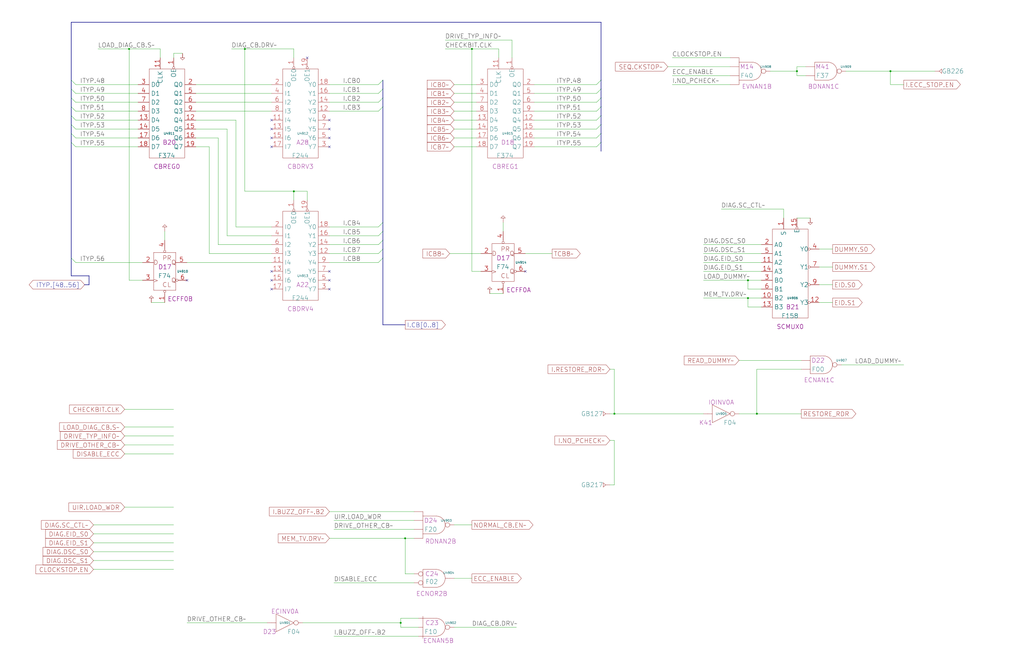
<source format=kicad_sch>
(kicad_sch (version 20250114) (generator "eeschema") (generator_version "9.0")
  (paper "User" 584.2 378.46)
  (title_block (title "ERROR CHECKING & CORRECTION\\nDIAGNOSTIC CHECKBITS") (date "22-SEP-90") (rev "2.0") (comment 1 "IOC") (comment 2 "232-003061") (comment 3 "S400") (comment 4 "RELEASED"))
  (lib_symbols
    (symbol "r1000:F00" (pin_numbers (hide yes)) (pin_names (hide yes))
      (property "Reference" "U" (at 15.24 0 0))
      (property "Value" "F00" (at 1.905 -5.08 0))
      (property "Location" "___" (at 1.905 0 0))
      (property "Name" "______" (at 2.54 -12.7 0))
      (symbol "F00_0_1"
        (polyline (pts (xy -2.54 2.54) (xy -2.54 -7.62)) (stroke (width 0.1524)))
        (polyline (pts (xy -2.54 2.54) (xy 5.08 2.54)) (stroke (width 0.1524)))
        (polyline (pts (xy -2.54 -7.62) (xy 5.08 -7.62)) (stroke (width 0.1524)))
        (arc (start 5.08 2.54) (mid 10.1281 -2.54) (end 5.08 -7.62) (stroke (width 0.1524)))
        (circle (center 11.43 -2.54) (radius 1.27) (stroke (width 0.1524)))
      )
      (symbol "F00_0_2"
        (arc (start -3.175 2.54) (mid -2.134 -2.54) (end -3.175 -7.62) (stroke (width 0.1524)))
        (circle (center -3.81 0) (radius 1.27) (stroke (width 0.1524)))
        (circle (center -3.81 -5.08) (radius 1.27) (stroke (width 0.1524)))
        (polyline (pts (xy -3.175 2.54) (xy 3.81 2.54)) (stroke (width 0.1524)))
        (polyline (pts (xy -3.175 -7.62) (xy 3.81 -7.62)) (stroke (width 0.1524)))
        (arc (start 3.81 2.54) (mid 7.5828 0.7472) (end 10.16 -2.54) (stroke (width 0.1524)))
        (arc (start 10.16 -2.54) (mid 7.5855 -5.8306) (end 3.81 -7.62) (stroke (width 0.1524)))
      )
      (symbol "F00_1_1"
        (pin input line (at -7.62 0 0) (length 5.08) (name "D0") (number "1"))
        (pin input line (at -7.62 -5.08 0) (length 5.08) (name "D1") (number "2"))
        (pin output line (at 15.24 -2.54 180) (length 2.54) (name "Q") (number "3"))
      )
      (symbol "F00_1_2"
        (pin input line (at -7.62 0 0) (length 2.54) (name "D0") (number "1"))
        (pin input line (at -7.62 -5.08 0) (length 2.54) (name "D1") (number "2"))
        (pin output line (at 15.24 -2.54 180) (length 5.08) (name "Q") (number "3"))
      )
    )
    (symbol "r1000:F02" (pin_numbers (hide yes)) (pin_names (hide yes))
      (property "Reference" "U" (at 12.16 0.635 0))
      (property "Value" "F02" (at -1.27 -4.445 0))
      (property "Location" "___" (at 2.54 0 0))
      (property "Name" "______" (at 2.54 -12.7 0))
      (symbol "F02_0_1"
        (arc (start -3.81 2.54) (mid -2.9847 -2.54) (end -3.81 -7.62) (stroke (width 0.1524)))
        (polyline (pts (xy -5.08 0) (xy -3.175 0)) (stroke (width 0.1524)))
        (polyline (pts (xy -5.08 -5.08) (xy -3.175 -5.08)) (stroke (width 0.1524)))
        (polyline (pts (xy -3.81 2.54) (xy 2.54 2.54)) (stroke (width 0.1524)))
        (polyline (pts (xy -3.81 -7.62) (xy 2.54 -7.62)) (stroke (width 0.1524)))
        (arc (start 2.54 2.54) (mid 6.9477 0.8966) (end 10.16 -2.54) (stroke (width 0.1524)))
        (arc (start 10.16 -2.54) (mid 6.9515 -5.9823) (end 2.54 -7.62) (stroke (width 0.1524)))
        (circle (center 11.43 -2.54) (radius 1.27) (stroke (width 0.1524)))
        (polyline (pts (xy 13.97 -2.54) (xy 12.7 -2.54)) (stroke (width 0.1524)))
      )
      (symbol "F02_0_2"
        (circle (center -3.81 0) (radius 1.27) (stroke (width 0.1524)))
        (circle (center -3.81 -5.08) (radius 1.27) (stroke (width 0.1524)))
        (polyline (pts (xy -2.54 2.54) (xy -2.54 -7.62)) (stroke (width 0.1524)))
        (polyline (pts (xy -2.54 2.54) (xy 5.08 2.54)) (stroke (width 0.1524)))
        (polyline (pts (xy -2.54 -7.62) (xy 5.08 -7.62)) (stroke (width 0.1524)))
        (arc (start 5.08 2.54) (mid 10.1281 -2.54) (end 5.08 -7.62) (stroke (width 0.1524)))
        (polyline (pts (xy 11.43 -2.54) (xy 10.16 -2.54)) (stroke (width 0.1524)))
        (polyline (pts (xy 11.43 -2.54) (xy 12.7 -2.54)) (stroke (width 0.1524)))
      )
      (symbol "F02_1_1"
        (pin input line (at -7.62 0 0) (length 2.54) (name "D0") (number "1"))
        (pin input line (at -7.62 -5.08 0) (length 2.54) (name "D1") (number "2"))
        (pin output line (at 15.24 -2.54 180) (length 1.27) (name "Q") (number "3"))
      )
      (symbol "F02_1_2"
        (pin input line (at -7.62 0 0) (length 2.54) (name "D0") (number "1"))
        (pin input line (at -7.62 -5.08 0) (length 2.54) (name "D1") (number "2"))
        (pin output line (at 15.24 -2.54 180) (length 2.54) (name "Q") (number "3"))
      )
    )
    (symbol "r1000:F04" (pin_numbers (hide yes)) (pin_names (hide yes))
      (property "Reference" "U" (at 0 0 0))
      (property "Value" "F04" (at 1.27 -5.08 0))
      (property "Location" "___" (at -12.7 -5.08 0))
      (property "Name" "______" (at 0 5.08 0))
      (symbol "F04_0_1"
        (polyline (pts (xy -7.62 0) (xy -5.08 0)) (stroke (width 0.1524)))
        (polyline (pts (xy -5.08 5.08) (xy -5.08 -5.08)) (stroke (width 0.1524)))
        (polyline (pts (xy 5.08 0) (xy -5.08 5.08)) (stroke (width 0.1524)))
        (polyline (pts (xy 5.08 0) (xy -5.08 -5.08)) (stroke (width 0.1524)))
        (circle (center 6.35 0) (radius 1.27) (stroke (width 0.1524)))
      )
      (symbol "F04_1_1"
        (pin input line (at -10.16 0 0) (length 2.54) (name "D0") (number "1"))
        (pin output line (at 10.16 0 180) (length 2.54) (name "Q") (number "2"))
      )
    )
    (symbol "r1000:F10" (pin_numbers (hide yes)) (pin_names (hide yes))
      (property "Reference" "U" (at 13.335 0 0))
      (property "Value" "F10" (at 5.715 -5.08 0))
      (property "Location" "___" (at -1.27 0 0))
      (property "Name" "______" (at -2.54 -10.16 0))
      (symbol "F10_0_1"
        (polyline (pts (xy -2.54 3.81) (xy -2.54 -8.89)) (stroke (width 0.1524)))
        (polyline (pts (xy -2.54 2.54) (xy 5.08 2.54)) (stroke (width 0.1524)))
        (polyline (pts (xy -2.54 -7.62) (xy 5.08 -7.62)) (stroke (width 0.1524)))
        (arc (start 5.08 2.54) (mid 10.1281 -2.54) (end 5.08 -7.62) (stroke (width 0.1524)))
        (circle (center 11.43 -2.54) (radius 1.27) (stroke (width 0.1524)))
      )
      (symbol "F10_0_2"
        (arc (start -2.54 2.54) (mid -1.8195 -2.54) (end -2.54 -7.62) (stroke (width 0.1524)))
        (polyline (pts (xy -4.445 -2.54) (xy -5.08 -2.54)) (stroke (width 0.1524)))
        (circle (center -3.81 2.54) (radius 1.27) (stroke (width 0.1524)))
        (circle (center -3.81 -7.62) (radius 1.27) (stroke (width 0.1524)))
        (circle (center -3.175 -2.54) (radius 1.27) (stroke (width 0.1524)))
        (polyline (pts (xy -2.54 2.54) (xy 5.08 2.54)) (stroke (width 0.1524)))
        (polyline (pts (xy -2.54 -7.62) (xy 5.08 -7.62)) (stroke (width 0.1524)))
        (arc (start 5.08 2.54) (mid 8.4807 0.6111) (end 10.795 -2.54) (stroke (width 0.1524)))
        (arc (start 10.795 -2.54) (mid 8.4844 -5.6952) (end 5.08 -7.62) (stroke (width 0.1524)))
        (polyline (pts (xy 10.795 -2.54) (xy 12.7 -2.54)) (stroke (width 0.1524)))
      )
      (symbol "F10_1_1"
        (pin input line (at -5.08 2.54 0) (length 2.54) (name "D0") (number "1"))
        (pin input line (at -5.08 -2.54 0) (length 2.54) (name "D1") (number "2"))
        (pin input line (at -5.08 -7.62 0) (length 2.54) (name "D2") (number "3"))
        (pin output line (at 15.24 -2.54 180) (length 2.54) (name "Q") (number "4"))
      )
      (symbol "F10_1_2"
        (pin input line (at -5.08 2.54 0) (length 0) (name "D0") (number "1"))
        (pin input line (at -5.08 -2.54 0) (length 0) (name "D1") (number "2"))
        (pin input line (at -5.08 -7.62 0) (length 0) (name "D2") (number "3"))
        (pin output line (at 15.24 -2.54 180) (length 2.54) (name "Q") (number "4"))
      )
    )
    (symbol "r1000:F158" (pin_names (offset 1.016))
      (property "Reference" "U" (at 2.54 5.08 0))
      (property "Value" "F158" (at -3.81 -5.08 0))
      (property "Location" "___" (at -1.27 0 0))
      (property "Name" "______" (at 1.27 -12.7 0))
      (symbol "F158_1_1"
        (rectangle (start -8.89 44.45) (end 11.43 -6.35))
        (circle (center 5.08 45.085) (radius 0.635))
        (circle (center 12.065 33.02) (radius 0.635))
        (circle (center 12.065 22.86) (radius 0.635))
        (circle (center 12.065 12.7) (radius 0.635))
        (circle (center 12.065 2.54) (radius 0.635))
        (pin input line (at -15.24 35.56 0) (length 6.35) (name "A0") (number "2"))
        (pin input line (at -15.24 30.48 0) (length 6.35) (name "A1") (number "5"))
        (pin input line (at -15.24 25.4 0) (length 6.35) (name "A2") (number "11"))
        (pin input line (at -15.24 20.32 0) (length 6.35) (name "A3") (number "14"))
        (pin input line (at -15.24 15.24 0) (length 6.35) (name "B0") (number "3"))
        (pin input line (at -15.24 10.16 0) (length 6.35) (name "B1") (number "6"))
        (pin input line (at -15.24 5.08 0) (length 6.35) (name "B2") (number "10"))
        (pin input line (at -15.24 0 0) (length 6.35) (name "B3") (number "13"))
        (pin input line (at -2.54 50.8 270) (length 6.35) (name "S") (number "1"))
        (pin input line (at 5.08 50.8 270) (length 5.08) (name "E") (number "15"))
        (pin output line (at 17.78 33.02 180) (length 5.08) (name "Y0") (number "4"))
        (pin output line (at 17.78 22.86 180) (length 5.08) (name "Y1") (number "7"))
        (pin output line (at 17.78 12.7 180) (length 5.08) (name "Y2") (number "9"))
        (pin output line (at 17.78 2.54 180) (length 5.08) (name "Y3") (number "12"))
      )
    )
    (symbol "r1000:F20" (pin_numbers (hide yes)) (pin_names (hide yes))
      (property "Reference" "U" (at 8.255 2.54 0))
      (property "Value" "F20" (at -0.635 -2.54 0))
      (property "Location" "___" (at -0.635 2.54 0))
      (property "Name" "______" (at 5.08 -10.795 0))
      (symbol "F20_0_1"
        (polyline (pts (xy -5.08 7.62) (xy -5.08 5.08)) (stroke (width 0.1524)))
        (polyline (pts (xy -5.08 5.08) (xy -5.08 -5.08)) (stroke (width 0.1524)))
        (polyline (pts (xy -5.08 -5.08) (xy -5.08 -7.62)) (stroke (width 0.1524)))
        (arc (start 2.54 5.08) (mid 7.5882 0) (end 2.54 -5.08) (stroke (width 0.1524)))
        (polyline (pts (xy 2.54 5.08) (xy -5.08 5.08)) (stroke (width 0.1524)))
        (polyline (pts (xy 2.54 -5.08) (xy -5.08 -5.08)) (stroke (width 0.1524)))
        (circle (center 8.89 0) (radius 1.27) (stroke (width 0.1524)))
      )
      (symbol "F20_0_2"
        (arc (start -6.35 7.62) (mid -5.3975 0) (end -6.35 -7.62) (stroke (width 0.1524)))
        (circle (center -7.62 7.62) (radius 1.27) (stroke (width 0.1524)))
        (circle (center -7.62 -7.62) (radius 1.27) (stroke (width 0.1524)))
        (circle (center -6.985 2.54) (radius 1.27) (stroke (width 0.1524)))
        (circle (center -6.985 -2.54) (radius 1.27) (stroke (width 0.1524)))
        (polyline (pts (xy -5.715 5.08) (xy 1.27 5.08)) (stroke (width 0.1524)))
        (polyline (pts (xy -5.715 -5.08) (xy 1.27 -5.08)) (stroke (width 0.1524)))
        (arc (start 7.62 0) (mid 5.0518 -3.2985) (end 1.27 -5.08) (stroke (width 0.1524)))
        (arc (start 1.27 5.08) (mid 5.0518 3.2985) (end 7.62 0) (stroke (width 0.1524)))
      )
      (symbol "F20_1_1"
        (pin input line (at -10.16 7.62 0) (length 5.08) (name "D0") (number "1"))
        (pin input line (at -10.16 2.54 0) (length 5.08) (name "D1") (number "2"))
        (pin input line (at -10.16 -2.54 0) (length 5.08) (name "D2") (number "4"))
        (pin input line (at -10.16 -7.62 0) (length 5.08) (name "D3") (number "5"))
        (pin output line (at 12.7 0 180) (length 2.54) (name "Q") (number "6"))
      )
      (symbol "F20_1_2"
        (pin input line (at -10.16 7.62 0) (length 1.27) (name "D0") (number "1"))
        (pin input line (at -10.16 2.54 0) (length 1.905) (name "D1") (number "2"))
        (pin input line (at -10.16 -2.54 0) (length 1.905) (name "D2") (number "4"))
        (pin input line (at -10.16 -7.62 0) (length 1.27) (name "D3") (number "5"))
        (pin output line (at 12.7 0 180) (length 5.08) (name "Q") (number "6"))
      )
    )
    (symbol "r1000:F244" (pin_names (offset 1.016))
      (property "Reference" "U" (at 2.54 5.08 0))
      (property "Value" "F244" (at -3.81 -7.62 0))
      (property "Location" "___" (at -1.27 0 0))
      (property "Name" "______" (at 1.27 -15.24 0))
      (symbol "F244_1_1"
        (rectangle (start -8.89 41.91) (end 11.43 -8.89))
        (circle (center -2.54 42.545) (radius 0.635))
        (circle (center 5.08 42.545) (radius 0.635))
        (pin input line (at -15.24 33.02 0) (length 6.35) (name "I0") (number "2"))
        (pin input line (at -15.24 27.94 0) (length 6.35) (name "I1") (number "4"))
        (pin input line (at -15.24 22.86 0) (length 6.35) (name "I2") (number "6"))
        (pin input line (at -15.24 17.78 0) (length 6.35) (name "I3") (number "8"))
        (pin input line (at -15.24 12.7 0) (length 6.35) (name "I4") (number "11"))
        (pin input line (at -15.24 7.62 0) (length 6.35) (name "I5") (number "13"))
        (pin input line (at -15.24 2.54 0) (length 6.35) (name "I6") (number "15"))
        (pin input line (at -15.24 -2.54 0) (length 6.35) (name "I7") (number "17"))
        (pin input line (at -2.54 48.26 270) (length 5.08) (name "OE0") (number "1"))
        (pin input line (at 5.08 48.26 270) (length 5.08) (name "OE1") (number "19"))
        (pin tri_state line (at 17.78 33.02 180) (length 6.35) (name "Y0") (number "18"))
        (pin tri_state line (at 17.78 27.94 180) (length 6.35) (name "Y1") (number "16"))
        (pin tri_state line (at 17.78 22.86 180) (length 6.35) (name "Y2") (number "14"))
        (pin tri_state line (at 17.78 17.78 180) (length 6.35) (name "Y3") (number "12"))
        (pin tri_state line (at 17.78 12.7 180) (length 6.35) (name "Y4") (number "9"))
        (pin tri_state line (at 17.78 7.62 180) (length 6.35) (name "Y5") (number "7"))
        (pin tri_state line (at 17.78 2.54 180) (length 6.35) (name "Y6") (number "5"))
        (pin tri_state line (at 17.78 -2.54 180) (length 6.35) (name "Y7") (number "3"))
      )
    )
    (symbol "r1000:F37" (pin_numbers (hide yes)) (pin_names (offset 0) (hide yes))
      (property "Reference" "U" (at 15.24 0 0))
      (property "Value" "F37" (at 1.905 -5.08 0))
      (property "Location" "___" (at 1.905 0 0))
      (property "Name" "______" (at 2.54 -12.7 0))
      (symbol "F37_0_1"
        (polyline (pts (xy -2.54 2.54) (xy -2.54 -7.62)) (stroke (width 0.1524)))
        (polyline (pts (xy -2.54 2.54) (xy 5.08 2.54)) (stroke (width 0.1524)))
        (polyline (pts (xy -2.54 -7.62) (xy 5.08 -7.62)) (stroke (width 0.1524)))
        (arc (start 5.08 2.54) (mid 10.1281 -2.54) (end 5.08 -7.62) (stroke (width 0.1524)))
        (circle (center 11.43 -2.54) (radius 1.27) (stroke (width 0.1524)))
      )
      (symbol "F37_0_2"
        (arc (start -3.175 2.54) (mid -2.134 -2.54) (end -3.175 -7.62) (stroke (width 0.1524)))
        (circle (center -3.81 0) (radius 1.27) (stroke (width 0.1524)))
        (circle (center -3.81 -5.08) (radius 1.27) (stroke (width 0.1524)))
        (polyline (pts (xy -3.175 2.54) (xy 3.81 2.54)) (stroke (width 0.1524)))
        (polyline (pts (xy -3.175 -7.62) (xy 3.81 -7.62)) (stroke (width 0.1524)))
        (arc (start 3.81 2.54) (mid 7.5828 0.7472) (end 10.16 -2.54) (stroke (width 0.1524)))
        (arc (start 10.16 -2.54) (mid 7.5855 -5.8306) (end 3.81 -7.62) (stroke (width 0.1524)))
      )
      (symbol "F37_1_1"
        (pin input line (at -7.62 0 0) (length 5.08) (name "D0") (number "1"))
        (pin input line (at -7.62 -5.08 0) (length 5.08) (name "D1") (number "2"))
        (pin output line (at 15.24 -2.54 180) (length 2.54) (name "Q") (number "3"))
      )
      (symbol "F37_1_2"
        (pin input line (at -7.62 0 0) (length 2.54) (name "D0") (number "1"))
        (pin input line (at -7.62 -5.08 0) (length 2.54) (name "D1") (number "2"))
        (pin output line (at 15.24 -2.54 180) (length 5.08) (name "Q") (number "3"))
      )
    )
    (symbol "r1000:F374" (pin_names (offset 1.016))
      (property "Reference" "U" (at 2.54 5.08 0))
      (property "Value" "F374" (at -3.81 -7.62 0))
      (property "Location" "___" (at -1.27 0 0))
      (property "Name" "______" (at 1.27 -15.24 0))
      (symbol "F374_1_1"
        (rectangle (start -8.89 41.91) (end 11.43 -8.89))
        (circle (center 5.08 42.545) (radius 0.635))
        (pin input line (at -15.24 33.02 0) (length 6.35) (name "D0") (number "3"))
        (pin input line (at -15.24 27.94 0) (length 6.35) (name "D1") (number "4"))
        (pin input line (at -15.24 22.86 0) (length 6.35) (name "D2") (number "7"))
        (pin input line (at -15.24 17.78 0) (length 6.35) (name "D3") (number "8"))
        (pin input line (at -15.24 12.7 0) (length 6.35) (name "D4") (number "13"))
        (pin input line (at -15.24 7.62 0) (length 6.35) (name "D5") (number "14"))
        (pin input line (at -15.24 2.54 0) (length 6.35) (name "D6") (number "17"))
        (pin input line (at -15.24 -2.54 0) (length 6.35) (name "D7") (number "18"))
        (pin input line (at -2.54 48.26 270) (length 6.35) (name "CLK") (number "11"))
        (pin input line (at 5.08 48.26 270) (length 5.08) (name "OE") (number "1"))
        (pin tri_state line (at 17.78 33.02 180) (length 6.35) (name "Q0") (number "2"))
        (pin tri_state line (at 17.78 27.94 180) (length 6.35) (name "Q1") (number "5"))
        (pin tri_state line (at 17.78 22.86 180) (length 6.35) (name "Q2") (number "6"))
        (pin tri_state line (at 17.78 17.78 180) (length 6.35) (name "Q3") (number "9"))
        (pin tri_state line (at 17.78 12.7 180) (length 6.35) (name "Q4") (number "12"))
        (pin tri_state line (at 17.78 7.62 180) (length 6.35) (name "Q5") (number "15"))
        (pin tri_state line (at 17.78 2.54 180) (length 6.35) (name "Q6") (number "16"))
        (pin tri_state line (at 17.78 -2.54 180) (length 6.35) (name "Q7") (number "19"))
      )
    )
    (symbol "r1000:F40" (pin_numbers (hide yes)) (pin_names (hide yes))
      (property "Reference" "U" (at 12.7 2.54 0))
      (property "Value" "F40" (at 1.905 -2.54 0))
      (property "Location" "___" (at 1.905 2.54 0))
      (property "Name" "______" (at 7.62 -10.16 0))
      (symbol "F40_0_0"
        (polyline (pts (xy -2.54 5.08) (xy 5.08 5.08)) (stroke (width 0.1524)))
        (polyline (pts (xy -2.54 -5.08) (xy 5.08 -5.08)) (stroke (width 0.1524)))
        (arc (start 5.08 5.08) (mid 8.6721 3.5921) (end 10.16 0) (stroke (width 0.1524)))
        (arc (start 10.16 0) (mid 8.6721 -3.5921) (end 5.08 -5.08) (stroke (width 0.1524)))
        (circle (center 11.43 0) (radius 1.27) (stroke (width 0.1524)))
      )
      (symbol "F40_0_1"
        (polyline (pts (xy -2.54 7.62) (xy -2.54 5.08)) (stroke (width 0.1524)))
        (polyline (pts (xy -2.54 5.08) (xy -2.54 -5.08)) (stroke (width 0.1524)))
        (polyline (pts (xy -2.54 -5.08) (xy -2.54 -7.62)) (stroke (width 0.1524)))
      )
      (symbol "F40_1_1"
        (pin input line (at -7.62 7.62 0) (length 5.08) (name "D0") (number "1"))
        (pin input line (at -7.62 2.54 0) (length 5.08) (name "D3") (number "2"))
        (pin input line (at -7.62 -2.54 0) (length 5.08) (name "D4") (number "4"))
        (pin input line (at -7.62 -7.62 0) (length 5.08) (name "D5") (number "5"))
        (pin output line (at 15.24 0 180) (length 2.54) (name "Q") (number "6"))
      )
    )
    (symbol "r1000:F74" (pin_names (offset 1.016) (hide yes))
      (property "Reference" "U" (at 12.7 -2.54 0))
      (property "Value" "F74" (at -1.27 -5.08 0))
      (property "Location" "___" (at -1.27 0 0))
      (property "Name" "______" (at 11.43 -19.685 0))
      (symbol "F74_0_1"
        (rectangle (start -3.81 8.255) (end 8.89 -13.335) (stroke (width 0.1524)))
        (polyline (pts (xy 2.54 10.16) (xy 2.54 9.525)) (stroke (width 0.1524)))
        (polyline (pts (xy 2.54 -15.24) (xy 2.54 -14.605)) (stroke (width 0.1524)))
      )
      (symbol "F74_1_1"
        (circle (center 2.54 8.89) (radius 0.635))
        (circle (center 2.54 -13.97) (radius 0.635))
        (circle (center 9.525 -7.62) (radius 0.635))
        (text "D" (at -2.54 2.54 0) (effects (font (size 2.54 2.54))))
        (text ">" (at -2.54 -7.62 0) (effects (font (size 2.54 2.54))))
        (text "P" (at 2.54 5.08 0) (effects (font (size 2.54 2.54))))
        (text "C" (at 2.54 -10.16 0) (effects (font (size 2.54 2.54))))
        (text "R" (at 5.08 5.08 0) (effects (font (size 2.54 2.54))))
        (text "L" (at 5.08 -10.16 0) (effects (font (size 2.54 2.54))))
        (text "Q" (at 7.62 2.54 0) (effects (font (size 2.54 2.54))))
        (text "Q" (at 7.62 -7.62 0) (effects (font (size 2.54 2.54))))
        (pin input line (at -10.16 2.54 0) (length 6.35) (name "D") (number "2"))
        (pin input line (at -10.16 -7.62 0) (length 6.35) (name "CLK") (number "3"))
        (pin input line (at 2.54 15.24 270) (length 5.08) (name "PR_") (number "4"))
        (pin input line (at 2.54 -20.32 90) (length 5.08) (name "CL_") (number "1"))
        (pin output line (at 15.24 2.54 180) (length 6.35) (name "Q") (number "5"))
        (pin output line (at 15.24 -7.62 180) (length 5.08) (name "Q_") (number "6"))
      )
    )
    (symbol "r1000:GB" (pin_numbers (hide yes)) (pin_names (offset 0) (hide yes))
      (property "Reference" "GB" (at 3.81 0 0))
      (symbol "GB_0_1"
        (polyline (pts (xy 2.54 0) (xy 3.81 1.27) (xy 3.81 -1.27) (xy 2.54 0)) (stroke (width 0.1524)))
      )
      (symbol "GB_1_1"
        (pin bidirectional line (at 0 0 0) (length 2.54) (name "") (number "1"))
      )
    )
    (symbol "r1000:PD" (power) (pin_numbers (hide yes)) (pin_names (hide yes)) (in_bom no)
      (symbol "PD_0_1"
        (polyline (pts (xy 0 -2.54) (xy 1.27 -2.54) (xy 0 -3.81) (xy -1.27 -2.54) (xy 0 -2.54)) (stroke (width 0.1524)))
      )
      (symbol "PD_1_1"
        (pin power_in line (at 0 0 270) (length 2.54) (name "PD") (number "1"))
      )
    )
    (symbol "r1000:PU" (power) (pin_numbers (hide yes)) (pin_names (hide yes))
      (symbol "PU_0_1"
        (polyline (pts (xy 0 2.54) (xy -1.27 2.54) (xy 0 3.81) (xy 1.27 2.54) (xy 0 2.54)) (stroke (width 0.1524)))
      )
      (symbol "PU_1_1"
        (pin power_in line (at 0 0 90) (length 2.54) (name "PU") (number "1"))
      )
    )
  )
  (junction (at 508 40.64))
  (junction (at 73.66 27.94))
  (junction (at 431.8 236.22))
  (junction (at 350.52 236.22))
  (junction (at 231.14 307.34))
  (junction (at 228.6 355.6))
  (junction (at 426.72 160.02))
  (junction (at 139.7 27.94))
  (junction (at 269.24 27.94))
  (junction (at 167.64 109.22))
  (junction (at 426.72 170.18))
  (junction (at 454.66 40.64))
  (no_connect (at 154.94 73.66))
  (no_connect (at 187.96 165.1))
  (no_connect (at 187.96 154.94))
  (no_connect (at 299.72 154.94))
  (no_connect (at 154.94 68.58))
  (no_connect (at 154.94 83.82))
  (no_connect (at 187.96 68.58))
  (no_connect (at 154.94 160.02))
  (no_connect (at 187.96 73.66))
  (no_connect (at 175.26 33.02))
  (no_connect (at 187.96 160.02))
  (no_connect (at 106.68 160.02))
  (no_connect (at 187.96 78.74))
  (no_connect (at 154.94 78.74))
  (no_connect (at 154.94 165.1))
  (no_connect (at 187.96 83.82))
  (no_connect (at 154.94 154.94))
  (bus_entry (at 40.64 50.8) (size 2.54 2.54))
  (bus_entry (at 342.9 55.88) (size -2.54 2.54))
  (bus_entry (at 342.9 76.2) (size -2.54 2.54))
  (bus_entry (at 218.44 142.24) (size -2.54 2.54))
  (bus_entry (at 40.64 66.04) (size 2.54 2.54))
  (bus_entry (at 218.44 147.32) (size -2.54 2.54))
  (bus_entry (at 40.64 55.88) (size 2.54 2.54))
  (bus_entry (at 218.44 127) (size -2.54 2.54))
  (bus_entry (at 40.64 60.96) (size 2.54 2.54))
  (bus_entry (at 218.44 55.88) (size -2.54 2.54))
  (bus_entry (at 342.9 60.96) (size -2.54 2.54))
  (bus_entry (at 40.64 76.2) (size 2.54 2.54))
  (bus_entry (at 40.64 147.32) (size 2.54 2.54))
  (bus_entry (at 218.44 45.72) (size -2.54 2.54))
  (bus_entry (at 342.9 71.12) (size -2.54 2.54))
  (bus_entry (at 40.64 45.72) (size 2.54 2.54))
  (bus_entry (at 342.9 45.72) (size -2.54 2.54))
  (bus_entry (at 342.9 50.8) (size -2.54 2.54))
  (bus_entry (at 218.44 132.08) (size -2.54 2.54))
  (bus_entry (at 218.44 60.96) (size -2.54 2.54))
  (bus_entry (at 218.44 137.16) (size -2.54 2.54))
  (bus_entry (at 218.44 50.8) (size -2.54 2.54))
  (bus_entry (at 342.9 66.04) (size -2.54 2.54))
  (bus_entry (at 40.64 71.12) (size 2.54 2.54))
  (bus_entry (at 342.9 81.28) (size -2.54 2.54))
  (bus_entry (at 40.64 81.28) (size 2.54 2.54))
  (wire (pts (xy 71.12 233.68) (xy 99.06 233.68)))
  (wire (pts (xy 259.08 53.34) (xy 271.78 53.34)))
  (wire (pts (xy 132.08 27.94) (xy 139.7 27.94)))
  (wire (pts (xy 259.08 63.5) (xy 271.78 63.5)))
  (wire (pts (xy 304.8 78.74) (xy 340.36 78.74)))
  (wire (pts (xy 228.6 355.6) (xy 228.6 358.14)))
  (wire (pts (xy 401.32 139.7) (xy 434.34 139.7)))
  (wire (pts (xy 119.38 83.82) (xy 119.38 144.78)))
  (bus (pts (xy 218.44 142.24) (xy 218.44 147.32)))
  (wire (pts (xy 304.8 53.34) (xy 340.36 53.34)))
  (wire (pts (xy 454.66 40.64) (xy 454.66 43.18)))
  (bus (pts (xy 218.44 60.96) (xy 218.44 127)))
  (wire (pts (xy 254 27.94) (xy 269.24 27.94)))
  (wire (pts (xy 55.88 27.94) (xy 73.66 27.94)))
  (wire (pts (xy 350.52 210.82) (xy 350.52 236.22)))
  (wire (pts (xy 508 40.64) (xy 533.4 40.64)))
  (wire (pts (xy 401.32 170.18) (xy 426.72 170.18)))
  (wire (pts (xy 304.8 83.82) (xy 340.36 83.82)))
  (wire (pts (xy 347.98 236.22) (xy 350.52 236.22)))
  (wire (pts (xy 508 48.26) (xy 508 40.64)))
  (wire (pts (xy 279.4 167.64) (xy 287.02 167.64)))
  (wire (pts (xy 187.96 139.7) (xy 215.9 139.7)))
  (bus (pts (xy 40.64 12.7) (xy 40.64 45.72)))
  (wire (pts (xy 93.98 132.08) (xy 93.98 137.16)))
  (bus (pts (xy 342.9 81.28) (xy 342.9 86.36)))
  (bus (pts (xy 342.9 45.72) (xy 342.9 50.8)))
  (wire (pts (xy 434.34 175.26) (xy 426.72 175.26)))
  (wire (pts (xy 459.74 38.1) (xy 454.66 38.1)))
  (wire (pts (xy 111.76 53.34) (xy 154.94 53.34)))
  (wire (pts (xy 454.66 43.18) (xy 459.74 43.18)))
  (wire (pts (xy 401.32 149.86) (xy 434.34 149.86)))
  (wire (pts (xy 256.54 144.78) (xy 274.32 144.78)))
  (wire (pts (xy 111.76 48.26) (xy 154.94 48.26)))
  (bus (pts (xy 218.44 137.16) (xy 218.44 142.24)))
  (wire (pts (xy 347.98 251.46) (xy 350.52 251.46)))
  (wire (pts (xy 111.76 78.74) (xy 124.46 78.74)))
  (bus (pts (xy 342.9 71.12) (xy 342.9 76.2)))
  (wire (pts (xy 434.34 165.1) (xy 426.72 165.1)))
  (wire (pts (xy 259.08 78.74) (xy 271.78 78.74)))
  (bus (pts (xy 342.9 50.8) (xy 342.9 55.88)))
  (wire (pts (xy 259.08 358.14) (xy 294.64 358.14)))
  (wire (pts (xy 231.14 327.66) (xy 231.14 307.34)))
  (bus (pts (xy 342.9 60.96) (xy 342.9 66.04)))
  (bus (pts (xy 50.8 162.56) (xy 50.8 157.48)))
  (wire (pts (xy 287.02 127) (xy 287.02 132.08)))
  (wire (pts (xy 292.1 33.02) (xy 292.1 22.86)))
  (wire (pts (xy 431.8 210.82) (xy 431.8 236.22)))
  (wire (pts (xy 187.96 144.78) (xy 215.9 144.78)))
  (wire (pts (xy 53.34 320.04) (xy 99.06 320.04)))
  (wire (pts (xy 304.8 73.66) (xy 340.36 73.66)))
  (wire (pts (xy 190.5 363.22) (xy 238.76 363.22)))
  (wire (pts (xy 421.64 236.22) (xy 431.8 236.22)))
  (wire (pts (xy 71.12 248.92) (xy 99.06 248.92)))
  (wire (pts (xy 238.76 353.06) (xy 228.6 353.06)))
  (wire (pts (xy 254 22.86) (xy 292.1 22.86)))
  (wire (pts (xy 454.66 124.46) (xy 462.28 124.46)))
  (wire (pts (xy 467.36 172.72) (xy 474.98 172.72)))
  (wire (pts (xy 111.76 73.66) (xy 129.54 73.66)))
  (wire (pts (xy 175.26 109.22) (xy 167.64 109.22)))
  (bus (pts (xy 342.9 12.7) (xy 342.9 45.72)))
  (wire (pts (xy 467.36 142.24) (xy 474.98 142.24)))
  (wire (pts (xy 71.12 254) (xy 99.06 254)))
  (wire (pts (xy 401.32 160.02) (xy 426.72 160.02)))
  (wire (pts (xy 187.96 48.26) (xy 215.9 48.26)))
  (wire (pts (xy 106.68 149.86) (xy 154.94 149.86)))
  (wire (pts (xy 383.54 43.18) (xy 416.56 43.18)))
  (wire (pts (xy 43.18 83.82) (xy 78.74 83.82)))
  (wire (pts (xy 515.62 48.26) (xy 508 48.26)))
  (wire (pts (xy 426.72 170.18) (xy 434.34 170.18)))
  (wire (pts (xy 134.62 129.54) (xy 154.94 129.54)))
  (wire (pts (xy 139.7 109.22) (xy 139.7 27.94)))
  (wire (pts (xy 187.96 58.42) (xy 215.9 58.42)))
  (wire (pts (xy 187.96 307.34) (xy 231.14 307.34)))
  (bus (pts (xy 218.44 55.88) (xy 218.44 60.96)))
  (wire (pts (xy 187.96 292.1) (xy 236.22 292.1)))
  (wire (pts (xy 187.96 134.62) (xy 215.9 134.62)))
  (bus (pts (xy 40.64 50.8) (xy 40.64 55.88)))
  (bus (pts (xy 218.44 185.42) (xy 231.14 185.42)))
  (wire (pts (xy 43.18 58.42) (xy 78.74 58.42)))
  (wire (pts (xy 190.5 297.18) (xy 236.22 297.18)))
  (wire (pts (xy 350.52 236.22) (xy 401.32 236.22)))
  (wire (pts (xy 81.28 160.02) (xy 73.66 160.02)))
  (wire (pts (xy 124.46 139.7) (xy 154.94 139.7)))
  (wire (pts (xy 269.24 154.94) (xy 269.24 27.94)))
  (wire (pts (xy 467.36 162.56) (xy 474.98 162.56)))
  (wire (pts (xy 259.08 330.2) (xy 269.24 330.2)))
  (wire (pts (xy 167.64 109.22) (xy 139.7 109.22)))
  (wire (pts (xy 447.04 119.38) (xy 411.48 119.38)))
  (wire (pts (xy 129.54 73.66) (xy 129.54 134.62)))
  (wire (pts (xy 467.36 152.4) (xy 474.98 152.4)))
  (wire (pts (xy 383.54 33.02) (xy 416.56 33.02)))
  (bus (pts (xy 40.64 60.96) (xy 40.64 66.04)))
  (wire (pts (xy 71.12 243.84) (xy 99.06 243.84)))
  (wire (pts (xy 43.18 73.66) (xy 78.74 73.66)))
  (wire (pts (xy 134.62 68.58) (xy 134.62 129.54)))
  (wire (pts (xy 111.76 58.42) (xy 154.94 58.42)))
  (wire (pts (xy 167.64 27.94) (xy 167.64 33.02)))
  (wire (pts (xy 167.64 109.22) (xy 167.64 114.3)))
  (bus (pts (xy 48.26 162.56) (xy 50.8 162.56)))
  (wire (pts (xy 284.48 27.94) (xy 284.48 33.02)))
  (wire (pts (xy 426.72 165.1) (xy 426.72 160.02)))
  (wire (pts (xy 187.96 129.54) (xy 215.9 129.54)))
  (bus (pts (xy 40.64 55.88) (xy 40.64 60.96)))
  (wire (pts (xy 119.38 144.78) (xy 154.94 144.78)))
  (bus (pts (xy 40.64 45.72) (xy 40.64 50.8)))
  (wire (pts (xy 187.96 53.34) (xy 215.9 53.34)))
  (wire (pts (xy 447.04 124.46) (xy 447.04 119.38)))
  (wire (pts (xy 350.52 251.46) (xy 350.52 276.86)))
  (wire (pts (xy 431.8 236.22) (xy 457.2 236.22)))
  (wire (pts (xy 43.18 63.5) (xy 78.74 63.5)))
  (bus (pts (xy 218.44 147.32) (xy 218.44 185.42)))
  (wire (pts (xy 259.08 83.82) (xy 271.78 83.82)))
  (bus (pts (xy 342.9 66.04) (xy 342.9 71.12)))
  (wire (pts (xy 228.6 358.14) (xy 238.76 358.14)))
  (wire (pts (xy 236.22 327.66) (xy 231.14 327.66)))
  (wire (pts (xy 259.08 68.58) (xy 271.78 68.58)))
  (wire (pts (xy 53.34 309.88) (xy 99.06 309.88)))
  (wire (pts (xy 401.32 154.94) (xy 434.34 154.94)))
  (wire (pts (xy 43.18 78.74) (xy 78.74 78.74)))
  (wire (pts (xy 421.64 205.74) (xy 457.2 205.74)))
  (wire (pts (xy 381 38.1) (xy 416.56 38.1)))
  (wire (pts (xy 259.08 299.72) (xy 269.24 299.72)))
  (bus (pts (xy 342.9 55.88) (xy 342.9 60.96)))
  (wire (pts (xy 190.5 332.74) (xy 236.22 332.74)))
  (wire (pts (xy 187.96 63.5) (xy 215.9 63.5)))
  (bus (pts (xy 40.64 66.04) (xy 40.64 71.12)))
  (wire (pts (xy 175.26 114.3) (xy 175.26 109.22)))
  (wire (pts (xy 73.66 27.94) (xy 91.44 27.94)))
  (bus (pts (xy 218.44 132.08) (xy 218.44 137.16)))
  (wire (pts (xy 43.18 149.86) (xy 81.28 149.86)))
  (wire (pts (xy 439.42 40.64) (xy 454.66 40.64)))
  (wire (pts (xy 350.52 276.86) (xy 347.98 276.86)))
  (wire (pts (xy 299.72 144.78) (xy 314.96 144.78)))
  (wire (pts (xy 401.32 144.78) (xy 434.34 144.78)))
  (wire (pts (xy 259.08 48.26) (xy 271.78 48.26)))
  (wire (pts (xy 274.32 154.94) (xy 269.24 154.94)))
  (wire (pts (xy 304.8 63.5) (xy 340.36 63.5)))
  (wire (pts (xy 259.08 58.42) (xy 271.78 58.42)))
  (wire (pts (xy 106.68 355.6) (xy 152.4 355.6)))
  (wire (pts (xy 53.34 304.8) (xy 99.06 304.8)))
  (bus (pts (xy 342.9 12.7) (xy 40.64 12.7)))
  (wire (pts (xy 91.44 33.02) (xy 91.44 27.94)))
  (wire (pts (xy 139.7 27.94) (xy 167.64 27.94)))
  (bus (pts (xy 218.44 45.72) (xy 218.44 50.8)))
  (wire (pts (xy 53.34 325.12) (xy 99.06 325.12)))
  (wire (pts (xy 187.96 149.86) (xy 215.9 149.86)))
  (bus (pts (xy 40.64 147.32) (xy 40.64 157.48)))
  (wire (pts (xy 383.54 48.26) (xy 416.56 48.26)))
  (wire (pts (xy 71.12 289.56) (xy 99.06 289.56)))
  (wire (pts (xy 426.72 175.26) (xy 426.72 170.18)))
  (wire (pts (xy 111.76 63.5) (xy 154.94 63.5)))
  (wire (pts (xy 228.6 353.06) (xy 228.6 355.6)))
  (bus (pts (xy 40.64 71.12) (xy 40.64 76.2)))
  (wire (pts (xy 190.5 302.26) (xy 236.22 302.26)))
  (wire (pts (xy 172.72 355.6) (xy 228.6 355.6)))
  (wire (pts (xy 43.18 53.34) (xy 78.74 53.34)))
  (wire (pts (xy 426.72 160.02) (xy 434.34 160.02)))
  (wire (pts (xy 480.06 208.28) (xy 515.62 208.28)))
  (wire (pts (xy 129.54 134.62) (xy 154.94 134.62)))
  (wire (pts (xy 73.66 160.02) (xy 73.66 27.94)))
  (wire (pts (xy 124.46 78.74) (xy 124.46 139.7)))
  (bus (pts (xy 50.8 157.48) (xy 40.64 157.48)))
  (wire (pts (xy 86.36 172.72) (xy 93.98 172.72)))
  (bus (pts (xy 342.9 76.2) (xy 342.9 81.28)))
  (wire (pts (xy 43.18 68.58) (xy 78.74 68.58)))
  (wire (pts (xy 111.76 68.58) (xy 134.62 68.58)))
  (wire (pts (xy 457.2 210.82) (xy 431.8 210.82)))
  (bus (pts (xy 40.64 76.2) (xy 40.64 81.28)))
  (wire (pts (xy 304.8 68.58) (xy 340.36 68.58)))
  (wire (pts (xy 347.98 210.82) (xy 350.52 210.82)))
  (wire (pts (xy 304.8 58.42) (xy 340.36 58.42)))
  (wire (pts (xy 104.14 30.48) (xy 99.06 30.48)))
  (wire (pts (xy 43.18 48.26) (xy 78.74 48.26)))
  (bus (pts (xy 218.44 50.8) (xy 218.44 55.88)))
  (bus (pts (xy 40.64 81.28) (xy 40.64 147.32)))
  (wire (pts (xy 259.08 73.66) (xy 271.78 73.66)))
  (wire (pts (xy 482.6 40.64) (xy 508 40.64)))
  (wire (pts (xy 99.06 30.48) (xy 99.06 33.02)))
  (wire (pts (xy 111.76 83.82) (xy 119.38 83.82)))
  (wire (pts (xy 304.8 48.26) (xy 340.36 48.26)))
  (wire (pts (xy 53.34 299.72) (xy 99.06 299.72)))
  (wire (pts (xy 231.14 307.34) (xy 236.22 307.34)))
  (bus (pts (xy 218.44 127) (xy 218.44 132.08)))
  (wire (pts (xy 71.12 259.08) (xy 99.06 259.08)))
  (wire (pts (xy 454.66 38.1) (xy 454.66 40.64)))
  (wire (pts (xy 53.34 314.96) (xy 99.06 314.96)))
  (wire (pts (xy 269.24 27.94) (xy 284.48 27.94)))
  (label "DIAG.DSC_S0" (at 401.32 139.7 0) (effects (font (size 2.54 2.54))))
  (label "I.CB4" (at 195.58 129.54 0) (effects (font (size 2.54 2.54))))
  (label "MEM_TV.DRV~" (at 401.32 170.18 0) (effects (font (size 2.54 2.54))))
  (label "CLOCKSTOP.EN" (at 383.54 33.02 0) (effects (font (size 2.54 2.54))))
  (label "I.CB3" (at 195.58 63.5 0) (effects (font (size 2.54 2.54))))
  (label "LOAD_DUMMY~" (at 487.68 208.28 0) (effects (font (size 2.54 2.54))))
  (label "I.CB7" (at 195.58 144.78 0) (effects (font (size 2.54 2.54))))
  (label "DISABLE_ECC" (at 190.5 332.74 0) (effects (font (size 2.54 2.54))))
  (label "ITYP.50" (at 317.5 58.42 0) (effects (font (size 2.54 2.54))))
  (label "ITYP.49" (at 45.72 53.34 0) (effects (font (size 2.54 2.54))))
  (label "ECC_ENABLE" (at 383.54 43.18 0) (effects (font (size 2.54 2.54))))
  (label "I.CB0" (at 195.58 48.26 0) (effects (font (size 2.54 2.54))))
  (label "ITYP.55" (at 45.72 83.82 0) (effects (font (size 2.54 2.54))))
  (label "I.CB5" (at 195.58 134.62 0) (effects (font (size 2.54 2.54))))
  (label "DRIVE_OTHER_CB~" (at 106.68 355.6 0) (effects (font (size 2.54 2.54))))
  (label "DIAG.EID_S0" (at 401.32 149.86 0) (effects (font (size 2.54 2.54))))
  (label "ITYP.51" (at 317.5 63.5 0) (effects (font (size 2.54 2.54))))
  (label "DRIVE_OTHER_CB~" (at 190.5 302.26 0) (effects (font (size 2.54 2.54))))
  (label "DRIVE_TYP_INFO~" (at 254 22.86 0) (effects (font (size 2.54 2.54))))
  (label "DIAG_CB.DRV~" (at 132.08 27.94 0) (effects (font (size 2.54 2.54))))
  (label "UIR.LOAD_WDR" (at 190.5 297.18 0) (effects (font (size 2.54 2.54))))
  (label "ITYP.50" (at 45.72 58.42 0) (effects (font (size 2.54 2.54))))
  (label "ITYP.52" (at 45.72 68.58 0) (effects (font (size 2.54 2.54))))
  (label "I.CB6" (at 195.58 139.7 0) (effects (font (size 2.54 2.54))))
  (label "CHECKBIT.CLK" (at 254 27.94 0) (effects (font (size 2.54 2.54))))
  (label "ITYP.53" (at 45.72 73.66 0) (effects (font (size 2.54 2.54))))
  (label "LOAD_DUMMY~" (at 401.32 160.02 0) (effects (font (size 2.54 2.54))))
  (label "I.CB1" (at 195.58 53.34 0) (effects (font (size 2.54 2.54))))
  (label "ITYP.48" (at 317.5 48.26 0) (effects (font (size 2.54 2.54))))
  (label "ITYP.49" (at 317.5 53.34 0) (effects (font (size 2.54 2.54))))
  (label "DIAG_CB.DRV~" (at 269.24 358.14 0) (effects (font (size 2.54 2.54))))
  (label "DIAG.EID_S1" (at 401.32 154.94 0) (effects (font (size 2.54 2.54))))
  (label "I.CB8" (at 195.58 149.86 0) (effects (font (size 2.54 2.54))))
  (label "ITYP.51" (at 45.72 63.5 0) (effects (font (size 2.54 2.54))))
  (label "ITYP.54" (at 317.5 78.74 0) (effects (font (size 2.54 2.54))))
  (label "ITYP.55" (at 317.5 83.82 0) (effects (font (size 2.54 2.54))))
  (label "ITYP.52" (at 317.5 68.58 0) (effects (font (size 2.54 2.54))))
  (label "I.CB2" (at 195.58 58.42 0) (effects (font (size 2.54 2.54))))
  (label "LOAD_DIAG_CB.S~" (at 55.88 27.94 0) (effects (font (size 2.54 2.54))))
  (label "ITYP.48" (at 45.72 48.26 0) (effects (font (size 2.54 2.54))))
  (label "I.BUZZ_OFF~.B2" (at 190.5 363.22 0) (effects (font (size 2.54 2.54))))
  (label "ITYP.54" (at 45.72 78.74 0) (effects (font (size 2.54 2.54))))
  (label "DIAG.SC_CTL~" (at 411.48 119.38 0) (effects (font (size 2.54 2.54))))
  (label "DIAG.DSC_S1" (at 401.32 144.78 0) (effects (font (size 2.54 2.54))))
  (label "I.NO_PCHECK~" (at 383.54 48.26 0) (effects (font (size 2.54 2.54))))
  (label "ITYP.56" (at 45.72 149.86 0) (effects (font (size 2.54 2.54))))
  (label "ITYP.53" (at 317.5 73.66 0) (effects (font (size 2.54 2.54))))
  (global_label "DISABLE_ECC" (shape input) (at 71.12 259.08 180) (effects (font (size 2.54 2.54))) (property "Intersheetrefs" "${INTERSHEET_REFS}" (at 41.7407 258.9213 0) (effects (font (size 1.905 1.905)) (justify right))))
  (global_label "DRIVE_OTHER_CB~" (shape input) (at 71.12 254 180) (effects (font (size 2.54 2.54))) (property "Intersheetrefs" "${INTERSHEET_REFS}" (at 32.6692 253.8413 0) (effects (font (size 1.905 1.905)) (justify right))))
  (global_label "ICB2~" (shape input) (at 259.08 58.42 180) (effects (font (size 2.54 2.54))) (property "Intersheetrefs" "${INTERSHEET_REFS}" (at 243.7311 58.2613 0) (effects (font (size 1.905 1.905)) (justify right))))
  (global_label "NORMAL_CB.EN~" (shape output) (at 269.24 299.72 0) (effects (font (size 2.54 2.54))) (property "Intersheetrefs" "${INTERSHEET_REFS}" (at 304.0622 299.5613 0) (effects (font (size 1.905 1.905)) (justify left))))
  (global_label "ICB1~" (shape input) (at 259.08 53.34 180) (effects (font (size 2.54 2.54))) (property "Intersheetrefs" "${INTERSHEET_REFS}" (at 243.7311 53.1813 0) (effects (font (size 1.905 1.905)) (justify right))))
  (global_label "RESTORE_RDR" (shape output) (at 457.2 236.22 0) (effects (font (size 2.54 2.54))) (property "Intersheetrefs" "${INTERSHEET_REFS}" (at 488.2727 236.0613 0) (effects (font (size 1.905 1.905)) (justify left))))
  (global_label "I.RESTORE_RDR~" (shape input) (at 347.98 210.82 180) (effects (font (size 2.54 2.54))) (property "Intersheetrefs" "${INTERSHEET_REFS}" (at 312.674 210.6613 0) (effects (font (size 1.905 1.905)) (justify right))))
  (global_label "CHECKBIT.CLK" (shape input) (at 71.12 233.68 180) (effects (font (size 2.54 2.54))) (property "Intersheetrefs" "${INTERSHEET_REFS}" (at 39.6845 233.5213 0) (effects (font (size 1.905 1.905)) (justify right))))
  (global_label "READ_DUMMY~" (shape input) (at 421.64 205.74 180) (effects (font (size 2.54 2.54))) (property "Intersheetrefs" "${INTERSHEET_REFS}" (at 390.3254 205.5813 0) (effects (font (size 1.905 1.905)) (justify right))))
  (global_label "EID.S1" (shape output) (at 474.98 172.72 0) (effects (font (size 2.54 2.54))) (property "Intersheetrefs" "${INTERSHEET_REFS}" (at 491.9012 172.5613 0) (effects (font (size 1.905 1.905)) (justify left))))
  (global_label "DIAG.EID_S1" (shape input) (at 53.34 309.88 180) (effects (font (size 2.54 2.54))) (property "Intersheetrefs" "${INTERSHEET_REFS}" (at 26.0169 309.7213 0) (effects (font (size 1.905 1.905)) (justify right))))
  (global_label "DIAG.DSC_S1" (shape input) (at 53.34 320.04 180) (effects (font (size 2.54 2.54))) (property "Intersheetrefs" "${INTERSHEET_REFS}" (at 24.5654 319.8813 0) (effects (font (size 1.905 1.905)) (justify right))))
  (global_label "ICB0~" (shape input) (at 259.08 48.26 180) (effects (font (size 2.54 2.54))) (property "Intersheetrefs" "${INTERSHEET_REFS}" (at 243.7311 48.1013 0) (effects (font (size 1.905 1.905)) (justify right))))
  (global_label "EID.S0" (shape output) (at 474.98 162.56 0) (effects (font (size 2.54 2.54))) (property "Intersheetrefs" "${INTERSHEET_REFS}" (at 491.9012 162.4013 0) (effects (font (size 1.905 1.905)) (justify left))))
  (global_label "ICB7~" (shape input) (at 259.08 83.82 180) (effects (font (size 2.54 2.54))) (property "Intersheetrefs" "${INTERSHEET_REFS}" (at 243.7311 83.6613 0) (effects (font (size 1.905 1.905)) (justify right))))
  (global_label "UIR.LOAD_WDR" (shape input) (at 71.12 289.56 180) (effects (font (size 2.54 2.54))) (property "Intersheetrefs" "${INTERSHEET_REFS}" (at 39.3216 289.4013 0) (effects (font (size 1.905 1.905)) (justify right))))
  (global_label "MEM_TV.DRV~" (shape input) (at 187.96 307.34 180) (effects (font (size 2.54 2.54))) (property "Intersheetrefs" "${INTERSHEET_REFS}" (at 158.7016 307.1813 0) (effects (font (size 1.905 1.905)) (justify right))))
  (global_label "DUMMY.S0" (shape output) (at 474.98 142.24 0) (effects (font (size 2.54 2.54))) (property "Intersheetrefs" "${INTERSHEET_REFS}" (at 499.0374 142.0813 0) (effects (font (size 1.905 1.905)) (justify left))))
  (global_label "ECC_ENABLE" (shape output) (at 269.24 330.2 0) (effects (font (size 2.54 2.54))) (property "Intersheetrefs" "${INTERSHEET_REFS}" (at 297.4098 330.0413 0) (effects (font (size 1.905 1.905)) (justify left))))
  (global_label "I.NO_PCHECK~" (shape input) (at 347.98 251.46 180) (effects (font (size 2.54 2.54))) (property "Intersheetrefs" "${INTERSHEET_REFS}" (at 316.5445 251.3013 0) (effects (font (size 1.905 1.905)) (justify right))))
  (global_label "ICB3~" (shape input) (at 259.08 63.5 180) (effects (font (size 2.54 2.54))) (property "Intersheetrefs" "${INTERSHEET_REFS}" (at 243.7311 63.3413 0) (effects (font (size 1.905 1.905)) (justify right))))
  (global_label "ICB8~" (shape input) (at 256.54 144.78 180) (effects (font (size 2.54 2.54))) (property "Intersheetrefs" "${INTERSHEET_REFS}" (at 241.1911 144.6213 0) (effects (font (size 1.905 1.905)) (justify right))))
  (global_label "DUMMY.S1" (shape output) (at 474.98 152.4 0) (effects (font (size 2.54 2.54))) (property "Intersheetrefs" "${INTERSHEET_REFS}" (at 499.0374 152.2413 0) (effects (font (size 1.905 1.905)) (justify left))))
  (global_label "SEQ.CKSTOP~" (shape input) (at 381 38.1 180) (effects (font (size 2.54 2.54))) (property "Intersheetrefs" "${INTERSHEET_REFS}" (at 351.1369 37.9413 0) (effects (font (size 1.905 1.905)) (justify right))))
  (global_label "ICB4~" (shape input) (at 259.08 68.58 180) (effects (font (size 2.54 2.54))) (property "Intersheetrefs" "${INTERSHEET_REFS}" (at 243.7311 68.4213 0) (effects (font (size 1.905 1.905)) (justify right))))
  (global_label "DIAG.EID_S0" (shape input) (at 53.34 304.8 180) (effects (font (size 2.54 2.54))) (property "Intersheetrefs" "${INTERSHEET_REFS}" (at 26.0169 304.6413 0) (effects (font (size 1.905 1.905)) (justify right))))
  (global_label "ICB5~" (shape input) (at 259.08 73.66 180) (effects (font (size 2.54 2.54))) (property "Intersheetrefs" "${INTERSHEET_REFS}" (at 243.7311 73.5013 0) (effects (font (size 1.905 1.905)) (justify right))))
  (global_label "DIAG.DSC_S0" (shape input) (at 53.34 314.96 180) (effects (font (size 2.54 2.54))) (property "Intersheetrefs" "${INTERSHEET_REFS}" (at 24.5654 314.8013 0) (effects (font (size 1.905 1.905)) (justify right))))
  (global_label "I.BUZZ_OFF~.B2" (shape input) (at 187.96 292.1 180) (effects (font (size 2.54 2.54))) (property "Intersheetrefs" "${INTERSHEET_REFS}" (at 153.7426 291.9413 0) (effects (font (size 1.905 1.905)) (justify right))))
  (global_label "ICB6~" (shape input) (at 259.08 78.74 180) (effects (font (size 2.54 2.54))) (property "Intersheetrefs" "${INTERSHEET_REFS}" (at 243.7311 78.5813 0) (effects (font (size 1.905 1.905)) (justify right))))
  (global_label "TCB8~" (shape output) (at 314.96 144.78 0) (effects (font (size 2.54 2.54))) (property "Intersheetrefs" "${INTERSHEET_REFS}" (at 331.4156 144.6213 0) (effects (font (size 1.905 1.905)) (justify left))))
  (global_label "I.CB[0..8]" (shape output) (at 231.14 185.42 0) (effects (font (size 2.54 2.54))) (property "Intersheetrefs" "${INTERSHEET_REFS}" (at 254.1089 185.2613 0) (effects (font (size 1.905 1.905)) (justify left))))
  (global_label "DRIVE_TYP_INFO~" (shape input) (at 71.12 248.92 180) (effects (font (size 2.54 2.54))) (property "Intersheetrefs" "${INTERSHEET_REFS}" (at 34.4835 248.7613 0) (effects (font (size 1.905 1.905)) (justify right))))
  (global_label "CLOCKSTOP.EN" (shape input) (at 53.34 325.12 180) (effects (font (size 2.54 2.54))) (property "Intersheetrefs" "${INTERSHEET_REFS}" (at 20.453 324.9613 0) (effects (font (size 1.905 1.905)) (justify right))))
  (global_label "LOAD_DIAG_CB.S~" (shape input) (at 71.12 243.84 180) (effects (font (size 2.54 2.54))) (property "Intersheetrefs" "${INTERSHEET_REFS}" (at 33.9997 243.6813 0) (effects (font (size 1.905 1.905)) (justify right))))
  (global_label "I.ECC_STOP.EN" (shape output) (at 515.62 48.26 0) (effects (font (size 2.54 2.54))) (property "Intersheetrefs" "${INTERSHEET_REFS}" (at 547.9022 48.1013 0) (effects (font (size 1.905 1.905)) (justify left))))
  (global_label "ITYP.[48..56]" (shape bidirectional) (at 48.26 162.56 180) (effects (font (size 2.54 2.54))) (property "Intersheetrefs" "${INTERSHEET_REFS}" (at 18.8807 162.4013 0) (effects (font (size 1.905 1.905)) (justify right))))
  (global_label "DIAG.SC_CTL~" (shape input) (at 53.34 299.72 180) (effects (font (size 2.54 2.54))) (property "Intersheetrefs" "${INTERSHEET_REFS}" (at 23.5978 299.5613 0) (effects (font (size 1.905 1.905)) (justify right))))
  (symbol (lib_id "r1000:PU") (at 279.4 167.64 0) (unit 1)
    (property "Reference" "#PWR04904" (effects (hide yes)))
    (property "Value" "PU" (effects (hide yes)))
  )
  (symbol (lib_id "r1000:F10") (at 243.84 355.6 0) (unit 1)
    (property "Reference" "U4902" (at 257.175 355.6 0))
    (property "Value" "F10" (at 249.555 360.68 0) (effects (font (size 2.54 2.54)) (justify right)))
    (property "Location" "C23" (at 242.57 355.6 0) (effects (font (size 2.54 2.54)) (justify left)))
    (property "Name" "ECNAN5B" (at 241.3 365.76 0) (effects (font (size 2.54 2.54)) (justify left)))
  )
  (symbol (lib_id "r1000:PD") (at 104.14 30.48 0) (unit 1) (in_bom no)
    (property "Reference" "#PWR0155" (effects (hide yes)))
    (property "Value" "PD" (effects (hide yes)))
  )
  (symbol (lib_id "r1000:F04") (at 411.48 236.22 0) (unit 1)
    (property "Reference" "U4905" (at 411.48 236.22 0))
    (property "Value" "F04" (at 412.75 241.3 0) (effects (font (size 2.54 2.54)) (justify left)))
    (property "Location" "K41" (at 398.78 241.3 0) (effects (font (size 2.54 2.54)) (justify left)))
    (property "Name" "IOINV0A" (at 411.48 231.14 0) (effects (font (size 2.54 2.54)) (justify bottom)))
  )
  (symbol (lib_id "r1000:PD") (at 462.28 124.46 0) (unit 1) (in_bom no)
    (property "Reference" "#PWR04901" (effects (hide yes)))
    (property "Value" "PD" (effects (hide yes)))
  )
  (symbol (lib_id "r1000:F374") (at 287.02 81.28 0) (unit 1)
    (property "Reference" "U4915" (at 289.56 76.2 0))
    (property "Value" "F374" (at 283.21 88.9 0) (effects (font (size 2.54 2.54)) (justify left)))
    (property "Location" "D18" (at 285.75 81.28 0) (effects (font (size 2.54 2.54)) (justify left)))
    (property "Name" "CBREG1" (at 288.29 96.52 0) (effects (font (size 2.54 2.54)) (justify bottom)))
  )
  (symbol (lib_id "r1000:F00") (at 464.82 205.74 0) (unit 1)
    (property "Reference" "U4907" (at 480.06 205.74 0))
    (property "Value" "F00" (at 466.725 210.82 0) (effects (font (size 2.54 2.54))))
    (property "Location" "D22" (at 466.725 205.74 0) (effects (font (size 2.54 2.54))))
    (property "Name" "ECNAN1C" (at 467.36 218.44 0) (effects (font (size 2.54 2.54)) (justify bottom)))
  )
  (symbol (lib_id "r1000:F244") (at 170.18 162.56 0) (unit 1)
    (property "Reference" "U4913" (at 172.72 157.48 0))
    (property "Value" "F244" (at 166.37 170.18 0) (effects (font (size 2.54 2.54)) (justify left)))
    (property "Location" "A22" (at 168.91 162.56 0) (effects (font (size 2.54 2.54)) (justify left)))
    (property "Name" "CBDRV4" (at 171.45 177.8 0) (effects (font (size 2.54 2.54)) (justify bottom)))
  )
  (symbol (lib_id "r1000:PU") (at 86.36 172.72 0) (unit 1)
    (property "Reference" "#PWR04902" (effects (hide yes)))
    (property "Value" "PU" (effects (hide yes)))
  )
  (symbol (lib_id "r1000:GB") (at 347.98 276.86 0) (mirror y) (unit 1)
    (property "Reference" "GB217" (at 344.17 276.86 0) (effects (font (size 2.54 2.54)) (justify left)))
    (property "Value" "GB" (effects (hide yes)))
  )
  (symbol (lib_id "r1000:F374") (at 93.98 81.28 0) (unit 1)
    (property "Reference" "U4911" (at 96.52 76.2 0))
    (property "Value" "F374" (at 90.17 88.9 0) (effects (font (size 2.54 2.54)) (justify left)))
    (property "Location" "B20" (at 92.71 81.28 0) (effects (font (size 2.54 2.54)) (justify left)))
    (property "Name" "CBREG0" (at 95.25 96.52 0) (effects (font (size 2.54 2.54)) (justify bottom)))
  )
  (symbol (lib_id "r1000:F02") (at 243.84 327.66 0) (unit 1) (convert 2)
    (property "Reference" "U4904" (at 256 327.025 0))
    (property "Value" "F02" (at 242.57 332.105 0) (effects (font (size 2.54 2.54)) (justify left)))
    (property "Location" "C24" (at 246.38 327.66 0) (effects (font (size 2.54 2.54))))
    (property "Name" "ECNOR2B" (at 246.38 340.36 0) (effects (font (size 2.54 2.54)) (justify bottom)))
  )
  (symbol (lib_id "r1000:PU") (at 287.02 127 0) (unit 1)
    (property "Reference" "#PWR04905" (effects (hide yes)))
    (property "Value" "PU" (effects (hide yes)))
  )
  (symbol (lib_id "r1000:PU") (at 93.98 132.08 0) (unit 1)
    (property "Reference" "#PWR04903" (effects (hide yes)))
    (property "Value" "PU" (effects (hide yes)))
  )
  (symbol (lib_id "r1000:GB") (at 533.4 40.64 0) (unit 1)
    (property "Reference" "GB226" (at 537.21 40.64 0) (effects (font (size 2.54 2.54)) (justify left)))
    (property "Value" "GB" (effects (hide yes)))
  )
  (symbol (lib_id "r1000:F74") (at 91.44 152.4 0) (unit 1)
    (property "Reference" "U4910" (at 104.14 154.94 0))
    (property "Value" "F74" (at 90.17 157.48 0) (effects (font (size 2.54 2.54)) (justify left)))
    (property "Location" "D17" (at 90.17 152.4 0) (effects (font (size 2.54 2.54)) (justify left)))
    (property "Name" "ECFF0B" (at 102.87 172.085 0) (effects (font (size 2.54 2.54)) (justify bottom)))
  )
  (symbol (lib_id "r1000:F244") (at 170.18 81.28 0) (unit 1)
    (property "Reference" "U4912" (at 172.72 76.2 0))
    (property "Value" "F244" (at 166.37 88.9 0) (effects (font (size 2.54 2.54)) (justify left)))
    (property "Location" "A28" (at 168.91 81.28 0) (effects (font (size 2.54 2.54)) (justify left)))
    (property "Name" "CBDRV3" (at 171.45 96.52 0) (effects (font (size 2.54 2.54)) (justify bottom)))
  )
  (symbol (lib_id "r1000:F158") (at 449.58 175.26 0) (unit 1)
    (property "Reference" "U4906" (at 452.12 170.18 0))
    (property "Value" "F158" (at 445.77 180.34 0) (effects (font (size 2.54 2.54)) (justify left)))
    (property "Location" "B21" (at 448.31 175.26 0) (effects (font (size 2.54 2.54)) (justify left)))
    (property "Name" "SCMUX0" (at 450.85 187.96 0) (effects (font (size 2.54 2.54)) (justify bottom)))
  )
  (symbol (lib_id "r1000:F20") (at 246.38 299.72 0) (unit 1)
    (property "Reference" "U4903" (at 254.635 297.18 0))
    (property "Value" "F20" (at 245.745 302.26 0) (effects (font (size 2.54 2.54))))
    (property "Location" "D24" (at 245.745 297.18 0) (effects (font (size 2.54 2.54))))
    (property "Name" "RDNAN2B" (at 251.46 310.515 0) (effects (font (size 2.54 2.54)) (justify bottom)))
  )
  (symbol (lib_id "r1000:F04") (at 162.56 355.6 0) (unit 1)
    (property "Reference" "U4901" (at 162.56 355.6 0))
    (property "Value" "F04" (at 163.83 360.68 0) (effects (font (size 2.54 2.54)) (justify left)))
    (property "Location" "D23" (at 149.86 360.68 0) (effects (font (size 2.54 2.54)) (justify left)))
    (property "Name" "ECINV0A" (at 162.56 350.52 0) (effects (font (size 2.54 2.54)) (justify bottom)))
  )
  (symbol (lib_id "r1000:GB") (at 347.98 236.22 0) (mirror y) (unit 1)
    (property "Reference" "GB127" (at 344.17 236.22 0) (effects (font (size 2.54 2.54)) (justify left)))
    (property "Value" "GB" (effects (hide yes)))
  )
  (symbol (lib_id "r1000:F37") (at 467.36 38.1 0) (unit 1)
    (property "Reference" "U4909" (at 482.6 38.1 0))
    (property "Value" "F37" (at 469.265 43.18 0) (effects (font (size 2.54 2.54))))
    (property "Location" "M41" (at 469.265 38.1 0) (effects (font (size 2.54 2.54))))
    (property "Name" "BDNAN1C" (at 469.9 50.8 0) (effects (font (size 2.54 2.54)) (justify bottom)))
  )
  (symbol (lib_id "r1000:F74") (at 284.48 147.32 0) (unit 1)
    (property "Reference" "U4914" (at 297.18 149.86 0))
    (property "Value" "F74" (at 283.21 152.4 0) (effects (font (size 2.54 2.54)) (justify left)))
    (property "Location" "D17" (at 283.21 147.32 0) (effects (font (size 2.54 2.54)) (justify left)))
    (property "Name" "ECFF0A" (at 295.91 167.005 0) (effects (font (size 2.54 2.54)) (justify bottom)))
  )
  (symbol (lib_id "r1000:F40") (at 424.18 40.64 0) (unit 1)
    (property "Reference" "U4908" (at 436.88 38.1 0))
    (property "Value" "F40" (at 426.085 43.18 0) (effects (font (size 2.54 2.54))))
    (property "Location" "M14" (at 426.085 38.1 0) (effects (font (size 2.54 2.54))))
    (property "Name" "EVNAN1B" (at 431.8 50.8 0) (effects (font (size 2.54 2.54)) (justify bottom)))
  )
)
</source>
